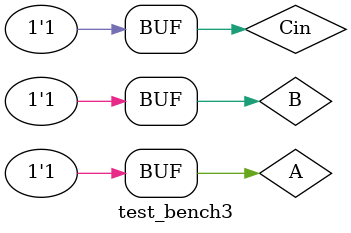
<source format=v>
module test_bench3();
reg A,B,Cin;
wire sum,carry;
FA td(sum,carry,A,B,Cin);
initial
begin
$display("A B Cin sum carry");
$monitor("%b,%b,%b,%b,%b",A,B,Cin,sum,carry); 
#20 A=0;B=0;Cin=0;
#20 A=0;B=0;Cin=1;
#20 A=0;B=1;Cin=0;
#20 A=0;B=1;Cin=1;
#20 A=1;B=0;Cin=0;
#20 A=1;B=0;Cin=1;
#20 A=1;B=1;Cin=0;
#20 A=1;B=1;Cin=1;
end
endmodule


</source>
